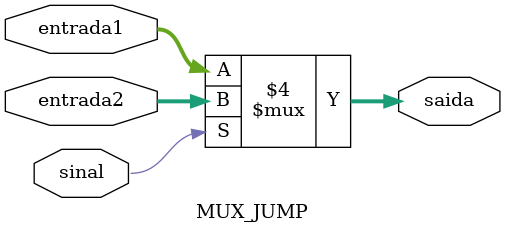
<source format=v>
module MUX_JUMP(entrada1, entrada2, sinal, saida);

	input [31:0] entrada1, entrada2;
	input sinal;
	output reg [31:0] saida;
	
	always @(*)
		if(sinal == 1'b0)
			saida = entrada1;
		else
			saida = entrada2;			

endmodule 
</source>
